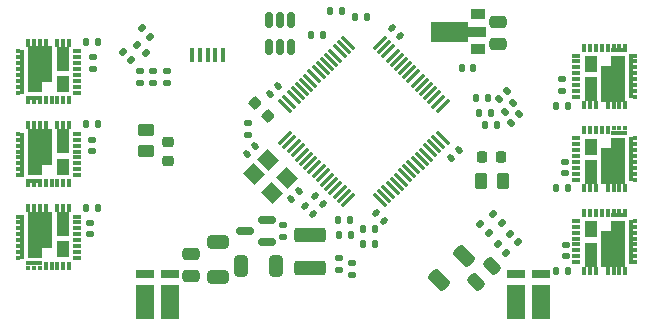
<source format=gbr>
%TF.GenerationSoftware,KiCad,Pcbnew,(6.0.5)*%
%TF.CreationDate,2022-09-09T17:06:15+01:00*%
%TF.ProjectId,ESC,4553432e-6b69-4636-9164-5f7063625858,rev?*%
%TF.SameCoordinates,Original*%
%TF.FileFunction,Paste,Top*%
%TF.FilePolarity,Positive*%
%FSLAX46Y46*%
G04 Gerber Fmt 4.6, Leading zero omitted, Abs format (unit mm)*
G04 Created by KiCad (PCBNEW (6.0.5)) date 2022-09-09 17:06:15*
%MOMM*%
%LPD*%
G01*
G04 APERTURE LIST*
G04 Aperture macros list*
%AMRoundRect*
0 Rectangle with rounded corners*
0 $1 Rounding radius*
0 $2 $3 $4 $5 $6 $7 $8 $9 X,Y pos of 4 corners*
0 Add a 4 corners polygon primitive as box body*
4,1,4,$2,$3,$4,$5,$6,$7,$8,$9,$2,$3,0*
0 Add four circle primitives for the rounded corners*
1,1,$1+$1,$2,$3*
1,1,$1+$1,$4,$5*
1,1,$1+$1,$6,$7*
1,1,$1+$1,$8,$9*
0 Add four rect primitives between the rounded corners*
20,1,$1+$1,$2,$3,$4,$5,0*
20,1,$1+$1,$4,$5,$6,$7,0*
20,1,$1+$1,$6,$7,$8,$9,0*
20,1,$1+$1,$8,$9,$2,$3,0*%
%AMRotRect*
0 Rectangle, with rotation*
0 The origin of the aperture is its center*
0 $1 length*
0 $2 width*
0 $3 Rotation angle, in degrees counterclockwise*
0 Add horizontal line*
21,1,$1,$2,0,0,$3*%
%AMFreePoly0*
4,1,9,3.862500,-0.866500,0.737500,-0.866500,0.737500,-0.450000,-0.737500,-0.450000,-0.737500,0.450000,0.737500,0.450000,0.737500,0.866500,3.862500,0.866500,3.862500,-0.866500,3.862500,-0.866500,$1*%
G04 Aperture macros list end*
%ADD10RoundRect,0.140000X0.170000X-0.140000X0.170000X0.140000X-0.170000X0.140000X-0.170000X-0.140000X0*%
%ADD11RoundRect,0.140000X-0.170000X0.140000X-0.170000X-0.140000X0.170000X-0.140000X0.170000X0.140000X0*%
%ADD12R,1.495000X2.950000*%
%ADD13R,1.495000X0.700000*%
%ADD14R,0.400000X1.200000*%
%ADD15RoundRect,0.135000X-0.226274X-0.035355X-0.035355X-0.226274X0.226274X0.035355X0.035355X0.226274X0*%
%ADD16RoundRect,0.250000X-0.159099X0.512652X-0.512652X0.159099X0.159099X-0.512652X0.512652X-0.159099X0*%
%ADD17RoundRect,0.135000X-0.185000X0.135000X-0.185000X-0.135000X0.185000X-0.135000X0.185000X0.135000X0*%
%ADD18RoundRect,0.250000X-0.229810X0.689429X-0.689429X0.229810X0.229810X-0.689429X0.689429X-0.229810X0*%
%ADD19RoundRect,0.135000X-0.135000X-0.185000X0.135000X-0.185000X0.135000X0.185000X-0.135000X0.185000X0*%
%ADD20RoundRect,0.140000X-0.219203X-0.021213X-0.021213X-0.219203X0.219203X0.021213X0.021213X0.219203X0*%
%ADD21RoundRect,0.140000X-0.140000X-0.170000X0.140000X-0.170000X0.140000X0.170000X-0.140000X0.170000X0*%
%ADD22RoundRect,0.140000X0.140000X0.170000X-0.140000X0.170000X-0.140000X-0.170000X0.140000X-0.170000X0*%
%ADD23RoundRect,0.250000X-0.325000X-0.650000X0.325000X-0.650000X0.325000X0.650000X-0.325000X0.650000X0*%
%ADD24RoundRect,0.135000X0.135000X0.185000X-0.135000X0.185000X-0.135000X-0.185000X0.135000X-0.185000X0*%
%ADD25RoundRect,0.250000X-0.475000X0.250000X-0.475000X-0.250000X0.475000X-0.250000X0.475000X0.250000X0*%
%ADD26RoundRect,0.135000X-0.035355X0.226274X-0.226274X0.035355X0.035355X-0.226274X0.226274X-0.035355X0*%
%ADD27RoundRect,0.135000X0.226274X0.035355X0.035355X0.226274X-0.226274X-0.035355X-0.035355X-0.226274X0*%
%ADD28R,0.750000X0.350000*%
%ADD29R,1.130000X1.420000*%
%ADD30R,0.350000X0.650000*%
%ADD31R,1.130000X2.080000*%
%ADD32R,2.020000X3.050000*%
%ADD33R,0.350000X0.750000*%
%ADD34R,1.150000X0.850000*%
%ADD35R,0.350000X0.420000*%
%ADD36R,0.420000X0.350000*%
%ADD37R,1.350000X0.330000*%
%ADD38R,0.330000X3.850000*%
%ADD39RoundRect,0.250000X0.450000X-0.262500X0.450000X0.262500X-0.450000X0.262500X-0.450000X-0.262500X0*%
%ADD40R,1.300000X0.900000*%
%ADD41FreePoly0,180.000000*%
%ADD42RoundRect,0.218750X0.218750X0.256250X-0.218750X0.256250X-0.218750X-0.256250X0.218750X-0.256250X0*%
%ADD43RoundRect,0.140000X0.219203X0.021213X0.021213X0.219203X-0.219203X-0.021213X-0.021213X-0.219203X0*%
%ADD44RoundRect,0.140000X-0.021213X0.219203X-0.219203X0.021213X0.021213X-0.219203X0.219203X-0.021213X0*%
%ADD45RoundRect,0.150000X0.587500X0.150000X-0.587500X0.150000X-0.587500X-0.150000X0.587500X-0.150000X0*%
%ADD46RoundRect,0.225000X-0.335876X-0.017678X-0.017678X-0.335876X0.335876X0.017678X0.017678X0.335876X0*%
%ADD47RoundRect,0.150000X0.150000X-0.512500X0.150000X0.512500X-0.150000X0.512500X-0.150000X-0.512500X0*%
%ADD48RoundRect,0.250000X-0.650000X0.325000X-0.650000X-0.325000X0.650000X-0.325000X0.650000X0.325000X0*%
%ADD49RoundRect,0.140000X0.021213X-0.219203X0.219203X-0.021213X-0.021213X0.219203X-0.219203X0.021213X0*%
%ADD50RoundRect,0.250000X0.262500X0.450000X-0.262500X0.450000X-0.262500X-0.450000X0.262500X-0.450000X0*%
%ADD51RotRect,1.400000X1.200000X315.000000*%
%ADD52RoundRect,0.218750X0.256250X-0.218750X0.256250X0.218750X-0.256250X0.218750X-0.256250X-0.218750X0*%
%ADD53RoundRect,0.075000X-0.441942X-0.548008X0.548008X0.441942X0.441942X0.548008X-0.548008X-0.441942X0*%
%ADD54RoundRect,0.075000X0.441942X-0.548008X0.548008X-0.441942X-0.441942X0.548008X-0.548008X0.441942X0*%
%ADD55RoundRect,0.135000X0.185000X-0.135000X0.185000X0.135000X-0.185000X0.135000X-0.185000X-0.135000X0*%
%ADD56RoundRect,0.250000X1.075000X-0.375000X1.075000X0.375000X-1.075000X0.375000X-1.075000X-0.375000X0*%
G04 APERTURE END LIST*
D10*
%TO.C,C21*%
X148082000Y-97863600D03*
X148082000Y-96903600D03*
%TD*%
D11*
%TO.C,C20*%
X188112400Y-112781200D03*
X188112400Y-113741200D03*
%TD*%
D10*
%TO.C,C19*%
X147980400Y-104874000D03*
X147980400Y-103914000D03*
%TD*%
D11*
%TO.C,C18*%
X188087000Y-106725600D03*
X188087000Y-105765600D03*
%TD*%
D10*
%TO.C,C17*%
X147878800Y-111861600D03*
X147878800Y-110901600D03*
%TD*%
D11*
%TO.C,C16*%
X187807600Y-98780600D03*
X187807600Y-99740600D03*
%TD*%
D12*
%TO.C,R22*%
X154609800Y-117602000D03*
D13*
X154609800Y-115277000D03*
X152503800Y-115277000D03*
D12*
X152503800Y-117602000D03*
%TD*%
%TO.C,R21*%
X186002000Y-117602000D03*
D13*
X186002000Y-115277000D03*
X183896000Y-115277000D03*
D12*
X183896000Y-117602000D03*
%TD*%
D14*
%TO.C,J1*%
X159110200Y-96739600D03*
X158460200Y-96739600D03*
X157810200Y-96739600D03*
X157160200Y-96739600D03*
X156510200Y-96739600D03*
%TD*%
D15*
%TO.C,R11*%
X150642376Y-96413376D03*
X151363624Y-97134624D03*
%TD*%
D16*
%TO.C,C24*%
X181864000Y-114554000D03*
X180520498Y-115897502D03*
%TD*%
D17*
%TO.C,R7*%
X168942194Y-113911468D03*
X168942194Y-114931468D03*
%TD*%
D18*
%TO.C,C23*%
X179501800Y-113690400D03*
X177415834Y-115776366D03*
%TD*%
D19*
%TO.C,R27*%
X168908000Y-111937800D03*
X169928000Y-111937800D03*
%TD*%
D20*
%TO.C,C11*%
X172101189Y-110074389D03*
X172780011Y-110753211D03*
%TD*%
D21*
%TO.C,C27*%
X147525800Y-102590600D03*
X148485800Y-102590600D03*
%TD*%
D17*
%TO.C,R16*%
X153162000Y-98092800D03*
X153162000Y-99112800D03*
%TD*%
D22*
%TO.C,C22*%
X188301400Y-115006200D03*
X187341400Y-115006200D03*
%TD*%
D23*
%TO.C,C14*%
X160676800Y-114611100D03*
X163626800Y-114611100D03*
%TD*%
D24*
%TO.C,R14*%
X181787800Y-101650800D03*
X180767800Y-101650800D03*
%TD*%
D17*
%TO.C,R8*%
X161213800Y-102436200D03*
X161213800Y-103456200D03*
%TD*%
D25*
%TO.C,C29*%
X156413200Y-113527800D03*
X156413200Y-115427800D03*
%TD*%
D26*
%TO.C,R17*%
X184180424Y-101721976D03*
X183459176Y-102443224D03*
%TD*%
D27*
%TO.C,R26*%
X183113624Y-113466824D03*
X182392376Y-112745576D03*
%TD*%
D24*
%TO.C,R18*%
X182321200Y-102641400D03*
X181301200Y-102641400D03*
%TD*%
D20*
%TO.C,C13*%
X173394172Y-94385846D03*
X174072994Y-95064668D03*
%TD*%
D28*
%TO.C,IC7*%
X146773200Y-99885600D03*
X146773200Y-99385600D03*
X146773200Y-98885600D03*
X146773200Y-98385600D03*
D29*
X145533200Y-99170600D03*
D28*
X146773200Y-97885600D03*
X146773200Y-97385600D03*
X146773200Y-96885600D03*
X146773200Y-96385600D03*
D30*
X145593200Y-95655600D03*
X146093200Y-95655600D03*
X145093200Y-95655600D03*
D31*
X145533200Y-97020600D03*
D30*
X142593200Y-95655600D03*
D32*
X143608200Y-97505600D03*
D30*
X143593200Y-95655600D03*
D33*
X144593200Y-100555600D03*
D30*
X144093200Y-95655600D03*
X143093200Y-95655600D03*
D34*
X143173200Y-99455600D03*
D35*
X143593200Y-100720600D03*
D36*
X141758200Y-99385600D03*
X141758200Y-99885600D03*
X141758200Y-96385600D03*
D35*
X142593200Y-100720600D03*
D37*
X143093200Y-100345600D03*
D36*
X141758200Y-97385600D03*
X141758200Y-96885600D03*
X141758200Y-97885600D03*
D35*
X143093200Y-100720600D03*
D36*
X141758200Y-98385600D03*
X141758200Y-98885600D03*
D38*
X142133200Y-98135600D03*
D33*
X144093200Y-100555600D03*
X145093200Y-100555600D03*
X145593200Y-100555600D03*
X146093200Y-100555600D03*
%TD*%
D28*
%TO.C,IC5*%
X146773200Y-106885600D03*
X146773200Y-106385600D03*
X146773200Y-105885600D03*
D29*
X145533200Y-106170600D03*
D28*
X146773200Y-105385600D03*
X146773200Y-104885600D03*
X146773200Y-104385600D03*
X146773200Y-103885600D03*
X146773200Y-103385600D03*
D30*
X145093200Y-102655600D03*
X145593200Y-102655600D03*
X146093200Y-102655600D03*
D31*
X145533200Y-104020600D03*
D30*
X143593200Y-102655600D03*
D32*
X143608200Y-104505600D03*
D30*
X142593200Y-102655600D03*
X144093200Y-102655600D03*
X143093200Y-102655600D03*
D34*
X143173200Y-106455600D03*
D33*
X144593200Y-107555600D03*
D35*
X143093200Y-107720600D03*
D36*
X141758200Y-106385600D03*
D38*
X142133200Y-105135600D03*
D37*
X143093200Y-107345600D03*
D36*
X141758200Y-106885600D03*
X141758200Y-104385600D03*
X141758200Y-103385600D03*
X141758200Y-103885600D03*
D35*
X142593200Y-107720600D03*
D36*
X141758200Y-105385600D03*
D35*
X143593200Y-107720600D03*
D36*
X141758200Y-104885600D03*
X141758200Y-105885600D03*
D33*
X144093200Y-107555600D03*
X145093200Y-107555600D03*
X145593200Y-107555600D03*
X146093200Y-107555600D03*
%TD*%
D19*
%TO.C,R24*%
X168857200Y-110642400D03*
X169877200Y-110642400D03*
%TD*%
D21*
%TO.C,C15*%
X179329202Y-97790000D03*
X180289202Y-97790000D03*
%TD*%
D39*
%TO.C,R4*%
X152577800Y-104849300D03*
X152577800Y-103024300D03*
%TD*%
D22*
%TO.C,C26*%
X188301400Y-108006200D03*
X187341400Y-108006200D03*
%TD*%
D25*
%TO.C,C1*%
X182422803Y-93919000D03*
X182422803Y-95819000D03*
%TD*%
D19*
%TO.C,R1*%
X168169400Y-92989400D03*
X169189400Y-92989400D03*
%TD*%
D15*
%TO.C,R23*%
X181985976Y-110180176D03*
X182707224Y-110901424D03*
%TD*%
D40*
%TO.C,U3*%
X180669202Y-96242004D03*
D41*
X180581702Y-94742004D03*
D40*
X180669202Y-93242004D03*
%TD*%
D24*
%TO.C,R3*%
X167540400Y-95046800D03*
X166520400Y-95046800D03*
%TD*%
D42*
%TO.C,D1*%
X182656900Y-105384600D03*
X181081900Y-105384600D03*
%TD*%
D43*
%TO.C,C3*%
X166747362Y-110171147D03*
X166068540Y-109492325D03*
%TD*%
D44*
%TO.C,C12*%
X179079211Y-104739651D03*
X178400389Y-105418473D03*
%TD*%
D15*
%TO.C,R29*%
X180893776Y-111043776D03*
X181615024Y-111765024D03*
%TD*%
D28*
%TO.C,IC4*%
X188996400Y-103751200D03*
X188996400Y-104251200D03*
X188996400Y-104751200D03*
X188996400Y-105251200D03*
D29*
X190236400Y-104466200D03*
D28*
X188996400Y-105751200D03*
X188996400Y-106251200D03*
X188996400Y-106751200D03*
D30*
X189676400Y-107981200D03*
X190676400Y-107981200D03*
D31*
X190236400Y-106616200D03*
D30*
X190176400Y-107981200D03*
D28*
X188996400Y-107251200D03*
D30*
X191676400Y-107981200D03*
D34*
X192596400Y-104181200D03*
D30*
X192676400Y-107981200D03*
X192176400Y-107981200D03*
X193176400Y-107981200D03*
D32*
X192161400Y-106131200D03*
D33*
X191176400Y-103081200D03*
D36*
X194011400Y-104251200D03*
D38*
X193636400Y-105501200D03*
D36*
X194011400Y-104751200D03*
X194011400Y-106751200D03*
D35*
X192176400Y-102916200D03*
D36*
X194011400Y-107251200D03*
D35*
X193176400Y-102916200D03*
D37*
X192676400Y-103291200D03*
D36*
X194011400Y-103751200D03*
X194011400Y-105251200D03*
X194011400Y-106251200D03*
X194011400Y-105751200D03*
D35*
X192676400Y-102916200D03*
D33*
X191676400Y-103081200D03*
X190676400Y-103081200D03*
X190176400Y-103081200D03*
X189676400Y-103081200D03*
%TD*%
D22*
%TO.C,C25*%
X188301400Y-101006200D03*
X187341400Y-101006200D03*
%TD*%
D45*
%TO.C,U1*%
X162839400Y-112566500D03*
X162839400Y-110666500D03*
X160964400Y-111616500D03*
%TD*%
D46*
%TO.C,C9*%
X161826378Y-100801252D03*
X162922394Y-101897268D03*
%TD*%
D24*
%TO.C,R30*%
X171985400Y-112674400D03*
X170965400Y-112674400D03*
%TD*%
D11*
%TO.C,C2*%
X164185600Y-111136500D03*
X164185600Y-112096500D03*
%TD*%
D26*
%TO.C,R9*%
X183189824Y-99740776D03*
X182468576Y-100462024D03*
%TD*%
%TO.C,R13*%
X183672424Y-100807576D03*
X182951176Y-101528824D03*
%TD*%
D47*
%TO.C,U2*%
X163007000Y-96006500D03*
X163957000Y-96006500D03*
X164907000Y-96006500D03*
X164907000Y-93731500D03*
X163957000Y-93731500D03*
X163007000Y-93731500D03*
%TD*%
D24*
%TO.C,R10*%
X181533800Y-100330000D03*
X180513800Y-100330000D03*
%TD*%
D48*
%TO.C,C28*%
X158673800Y-115470200D03*
X158673800Y-112520200D03*
%TD*%
D49*
%TO.C,C6*%
X161125972Y-105065290D03*
X161804794Y-104386468D03*
%TD*%
D28*
%TO.C,IC3*%
X146773200Y-113885600D03*
X146773200Y-113385600D03*
X146773200Y-112885600D03*
X146773200Y-112385600D03*
D29*
X145533200Y-113170600D03*
D28*
X146773200Y-111885600D03*
X146773200Y-111385600D03*
X146773200Y-110885600D03*
D31*
X145533200Y-111020600D03*
D30*
X146093200Y-109655600D03*
D28*
X146773200Y-110385600D03*
D30*
X145593200Y-109655600D03*
X145093200Y-109655600D03*
D34*
X143173200Y-113455600D03*
D30*
X143093200Y-109655600D03*
X143593200Y-109655600D03*
X142593200Y-109655600D03*
X144093200Y-109655600D03*
D33*
X144593200Y-114555600D03*
D32*
X143608200Y-111505600D03*
D36*
X141758200Y-112885600D03*
D35*
X143593200Y-114720600D03*
D36*
X141758200Y-110885600D03*
X141758200Y-110385600D03*
X141758200Y-113885600D03*
X141758200Y-111885600D03*
D35*
X143093200Y-114720600D03*
D36*
X141758200Y-112385600D03*
D35*
X142593200Y-114720600D03*
D37*
X143093200Y-114345600D03*
D38*
X142133200Y-112135600D03*
D36*
X141758200Y-113385600D03*
X141758200Y-111385600D03*
D33*
X144093200Y-114555600D03*
X145093200Y-114555600D03*
X145593200Y-114555600D03*
X146093200Y-114555600D03*
%TD*%
D44*
%TO.C,C7*%
X165563994Y-108196468D03*
X164885172Y-108875290D03*
%TD*%
D50*
%TO.C,R5*%
X182801900Y-107365800D03*
X180976900Y-107365800D03*
%TD*%
D24*
%TO.C,R28*%
X171985400Y-111480600D03*
X170965400Y-111480600D03*
%TD*%
D19*
%TO.C,R2*%
X170305000Y-93522800D03*
X171325000Y-93522800D03*
%TD*%
D28*
%TO.C,IC2*%
X188996400Y-96751200D03*
X188996400Y-97251200D03*
X188996400Y-97751200D03*
D29*
X190236400Y-97466200D03*
D28*
X188996400Y-98251200D03*
X188996400Y-98751200D03*
X188996400Y-99251200D03*
X188996400Y-99751200D03*
D30*
X190176400Y-100981200D03*
X189676400Y-100981200D03*
D28*
X188996400Y-100251200D03*
D30*
X190676400Y-100981200D03*
D31*
X190236400Y-99616200D03*
D33*
X191176400Y-96081200D03*
D30*
X192676400Y-100981200D03*
D32*
X192161400Y-99131200D03*
D30*
X192176400Y-100981200D03*
D34*
X192596400Y-97181200D03*
D30*
X193176400Y-100981200D03*
X191676400Y-100981200D03*
D37*
X192676400Y-96291200D03*
D36*
X194011400Y-97751200D03*
X194011400Y-100251200D03*
X194011400Y-99751200D03*
X194011400Y-98251200D03*
D38*
X193636400Y-98501200D03*
D36*
X194011400Y-96751200D03*
D35*
X193176400Y-95916200D03*
D36*
X194011400Y-99251200D03*
D35*
X192176400Y-95916200D03*
X192676400Y-95916200D03*
D36*
X194011400Y-97251200D03*
X194011400Y-98751200D03*
D33*
X191676400Y-96081200D03*
X190676400Y-96081200D03*
X190176400Y-96081200D03*
X189676400Y-96081200D03*
%TD*%
D28*
%TO.C,IC6*%
X188996400Y-110751200D03*
X188996400Y-111251200D03*
X188996400Y-111751200D03*
D29*
X190236400Y-111466200D03*
D28*
X188996400Y-112251200D03*
X188996400Y-112751200D03*
X188996400Y-113251200D03*
X188996400Y-113751200D03*
D31*
X190236400Y-113616200D03*
D30*
X189676400Y-114981200D03*
D28*
X188996400Y-114251200D03*
D30*
X190676400Y-114981200D03*
X190176400Y-114981200D03*
X193176400Y-114981200D03*
D34*
X192596400Y-111181200D03*
D33*
X191176400Y-110081200D03*
D30*
X192176400Y-114981200D03*
D32*
X192161400Y-113131200D03*
D30*
X191676400Y-114981200D03*
X192676400Y-114981200D03*
D35*
X192176400Y-109916200D03*
D36*
X194011400Y-111751200D03*
X194011400Y-110751200D03*
X194011400Y-113751200D03*
X194011400Y-112751200D03*
D35*
X192676400Y-109916200D03*
D36*
X194011400Y-113251200D03*
D38*
X193636400Y-112501200D03*
D36*
X194011400Y-112251200D03*
X194011400Y-111251200D03*
D35*
X193176400Y-109916200D03*
D37*
X192676400Y-110291200D03*
D36*
X194011400Y-114251200D03*
D33*
X191676400Y-110081200D03*
X190676400Y-110081200D03*
X190176400Y-110081200D03*
X189676400Y-110081200D03*
%TD*%
D21*
%TO.C,C30*%
X147525800Y-95631000D03*
X148485800Y-95631000D03*
%TD*%
D51*
%TO.C,Y1*%
X161739478Y-106801514D03*
X163295113Y-108357149D03*
X164497194Y-107155068D03*
X162941559Y-105599433D03*
%TD*%
D52*
%TO.C,D2*%
X154432000Y-105689500D03*
X154432000Y-104114500D03*
%TD*%
D15*
%TO.C,R15*%
X151836176Y-95854576D03*
X152557424Y-96575824D03*
%TD*%
%TO.C,R19*%
X152242576Y-94432176D03*
X152963824Y-95153424D03*
%TD*%
D43*
%TO.C,C8*%
X167591506Y-109327002D03*
X166912684Y-108648180D03*
%TD*%
D53*
%TO.C,IC1*%
X164379119Y-103723181D03*
X164732672Y-104076734D03*
X165086225Y-104430287D03*
X165439779Y-104783841D03*
X165793332Y-105137394D03*
X166146886Y-105490948D03*
X166500439Y-105844501D03*
X166853992Y-106198054D03*
X167207546Y-106551608D03*
X167561099Y-106905161D03*
X167914652Y-107258714D03*
X168268206Y-107612268D03*
X168621759Y-107965821D03*
X168975313Y-108319375D03*
X169328866Y-108672928D03*
X169682419Y-109026481D03*
D54*
X172404781Y-109026481D03*
X172758334Y-108672928D03*
X173111887Y-108319375D03*
X173465441Y-107965821D03*
X173818994Y-107612268D03*
X174172548Y-107258714D03*
X174526101Y-106905161D03*
X174879654Y-106551608D03*
X175233208Y-106198054D03*
X175586761Y-105844501D03*
X175940314Y-105490948D03*
X176293868Y-105137394D03*
X176647421Y-104783841D03*
X177000975Y-104430287D03*
X177354528Y-104076734D03*
X177708081Y-103723181D03*
D53*
X177708081Y-101000819D03*
X177354528Y-100647266D03*
X177000975Y-100293713D03*
X176647421Y-99940159D03*
X176293868Y-99586606D03*
X175940314Y-99233052D03*
X175586761Y-98879499D03*
X175233208Y-98525946D03*
X174879654Y-98172392D03*
X174526101Y-97818839D03*
X174172548Y-97465286D03*
X173818994Y-97111732D03*
X173465441Y-96758179D03*
X173111887Y-96404625D03*
X172758334Y-96051072D03*
X172404781Y-95697519D03*
D54*
X169682419Y-95697519D03*
X169328866Y-96051072D03*
X168975313Y-96404625D03*
X168621759Y-96758179D03*
X168268206Y-97111732D03*
X167914652Y-97465286D03*
X167561099Y-97818839D03*
X167207546Y-98172392D03*
X166853992Y-98525946D03*
X166500439Y-98879499D03*
X166146886Y-99233052D03*
X165793332Y-99586606D03*
X165439779Y-99940159D03*
X165086225Y-100293713D03*
X164732672Y-100647266D03*
X164379119Y-101000819D03*
%TD*%
D27*
%TO.C,R25*%
X184104224Y-112577824D03*
X183382976Y-111856576D03*
%TD*%
D55*
%TO.C,R6*%
X170059794Y-115363268D03*
X170059794Y-114343268D03*
%TD*%
D56*
%TO.C,L1*%
X166446200Y-114760200D03*
X166446200Y-111960200D03*
%TD*%
D17*
%TO.C,R12*%
X152044400Y-98092800D03*
X152044400Y-99112800D03*
%TD*%
%TO.C,R20*%
X154330400Y-98092800D03*
X154330400Y-99112800D03*
%TD*%
D49*
%TO.C,C10*%
X163107172Y-100052279D03*
X163785994Y-99373457D03*
%TD*%
D21*
%TO.C,C31*%
X147525800Y-109651800D03*
X148485800Y-109651800D03*
%TD*%
M02*

</source>
